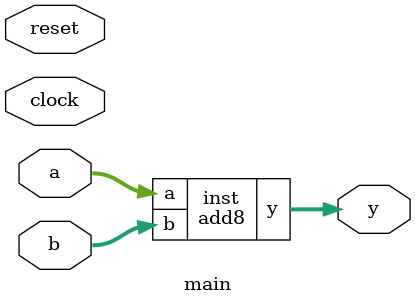
<source format=v>
`timescale 1 ps / 1 ps

module add8
   (y,
    a,
    b);
  output [7:0]y;
  input [7:0]a;
  input [7:0]b;

  wire \<const0> ;
  wire [7:0]a;
  wire [7:0]b;
  wire [7:0]p;
  wire [7:0]y;

  GND GND
       (.G(\<const0> ));
  (* BOX_TYPE = "PRIMITIVE" *) 
  CARRY8 #(
    .CARRY_TYPE("SINGLE_CY8")) 
    carry0
       (.CI(\<const0> ),
        .CI_TOP(\<const0> ),
        .DI(a),
        .O(y),
        .S(p));
  (* BOX_TYPE = "PRIMITIVE" *) 
  LUT2 #(
    .INIT(4'h6)) 
    l0
       (.I0(a[0]),
        .I1(b[0]),
        .O(p[0]));
  (* BOX_TYPE = "PRIMITIVE" *) 
  LUT2 #(
    .INIT(4'h6)) 
    l1
       (.I0(a[1]),
        .I1(b[1]),
        .O(p[1]));
  (* BOX_TYPE = "PRIMITIVE" *) 
  LUT2 #(
    .INIT(4'h6)) 
    l2
       (.I0(a[2]),
        .I1(b[2]),
        .O(p[2]));
  (* BOX_TYPE = "PRIMITIVE" *) 
  LUT2 #(
    .INIT(4'h6)) 
    l3
       (.I0(a[3]),
        .I1(b[3]),
        .O(p[3]));
  (* BOX_TYPE = "PRIMITIVE" *) 
  LUT2 #(
    .INIT(4'h6)) 
    l4
       (.I0(a[4]),
        .I1(b[4]),
        .O(p[4]));
  (* BOX_TYPE = "PRIMITIVE" *) 
  LUT2 #(
    .INIT(4'h6)) 
    l5
       (.I0(a[5]),
        .I1(b[5]),
        .O(p[5]));
  (* BOX_TYPE = "PRIMITIVE" *) 
  LUT2 #(
    .INIT(4'h6)) 
    l6
       (.I0(a[6]),
        .I1(b[6]),
        .O(p[6]));
  (* BOX_TYPE = "PRIMITIVE" *) 
  LUT2 #(
    .INIT(4'h6)) 
    l7
       (.I0(a[7]),
        .I1(b[7]),
        .O(p[7]));
endmodule

(* STRUCTURAL_NETLIST = "yes" *)
module main
   (clock,
    reset,
    a,
    b,
    y);
  input clock;
  input reset;
  input [7:0]a;
  input [7:0]b;
  output [7:0]y;

  wire [7:0]a;
  wire [7:0]b;
  wire [7:0]y;

  add8 inst
       (.a(a),
        .b(b),
        .y(y));
endmodule

</source>
